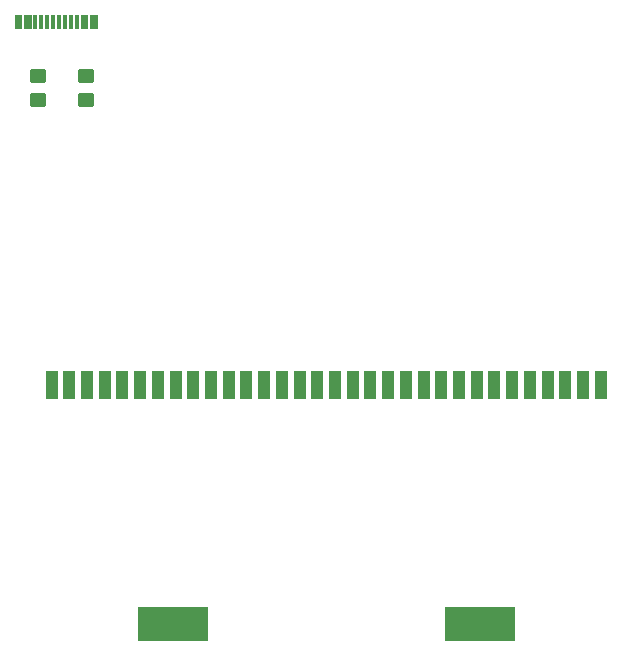
<source format=gbr>
%TF.GenerationSoftware,KiCad,Pcbnew,6.0.5-a6ca702e91~116~ubuntu22.04.1*%
%TF.CreationDate,2022-06-05T12:33:17+01:00*%
%TF.ProjectId,gba-cart-pga,6762612d-6361-4727-942d-7067612e6b69,rev?*%
%TF.SameCoordinates,Original*%
%TF.FileFunction,Paste,Top*%
%TF.FilePolarity,Positive*%
%FSLAX46Y46*%
G04 Gerber Fmt 4.6, Leading zero omitted, Abs format (unit mm)*
G04 Created by KiCad (PCBNEW 6.0.5-a6ca702e91~116~ubuntu22.04.1) date 2022-06-05 12:33:17*
%MOMM*%
%LPD*%
G01*
G04 APERTURE LIST*
G04 Aperture macros list*
%AMRoundRect*
0 Rectangle with rounded corners*
0 $1 Rounding radius*
0 $2 $3 $4 $5 $6 $7 $8 $9 X,Y pos of 4 corners*
0 Add a 4 corners polygon primitive as box body*
4,1,4,$2,$3,$4,$5,$6,$7,$8,$9,$2,$3,0*
0 Add four circle primitives for the rounded corners*
1,1,$1+$1,$2,$3*
1,1,$1+$1,$4,$5*
1,1,$1+$1,$6,$7*
1,1,$1+$1,$8,$9*
0 Add four rect primitives between the rounded corners*
20,1,$1+$1,$2,$3,$4,$5,0*
20,1,$1+$1,$4,$5,$6,$7,0*
20,1,$1+$1,$6,$7,$8,$9,0*
20,1,$1+$1,$8,$9,$2,$3,0*%
G04 Aperture macros list end*
%ADD10RoundRect,0.250000X-0.450000X0.350000X-0.450000X-0.350000X0.450000X-0.350000X0.450000X0.350000X0*%
%ADD11R,1.000000X2.400000*%
%ADD12R,6.000000X3.000000*%
%ADD13R,0.300000X1.150000*%
G04 APERTURE END LIST*
D10*
%TO.C,R2*%
X114300000Y-93345000D03*
X114300000Y-95345000D03*
%TD*%
D11*
%TO.C,J3*%
X157870000Y-119500000D03*
X156370000Y-119500000D03*
X154870000Y-119500000D03*
X153370000Y-119500000D03*
X151870000Y-119500000D03*
X150370000Y-119500000D03*
X148870000Y-119500000D03*
X147370000Y-119500000D03*
X145870000Y-119500000D03*
X144370000Y-119500000D03*
X142870000Y-119500000D03*
X141370000Y-119500000D03*
X139870000Y-119500000D03*
X138370000Y-119500000D03*
X136870000Y-119500000D03*
X135370000Y-119500000D03*
X133870000Y-119500000D03*
X132370000Y-119500000D03*
X130870000Y-119500000D03*
X129370000Y-119500000D03*
X127870000Y-119500000D03*
X126370000Y-119500000D03*
X124870000Y-119500000D03*
X123370000Y-119500000D03*
X121870000Y-119500000D03*
X120370000Y-119500000D03*
X118870000Y-119500000D03*
X117370000Y-119500000D03*
X115870000Y-119500000D03*
X114370000Y-119500000D03*
X112870000Y-119500000D03*
X111370000Y-119500000D03*
D12*
X147620000Y-139700000D03*
X121620000Y-139700000D03*
%TD*%
D10*
%TO.C,R1*%
X110220000Y-93345000D03*
X110220000Y-95345000D03*
%TD*%
D13*
%TO.C,J1*%
X115110000Y-88760000D03*
X114310000Y-88760000D03*
X113010000Y-88760000D03*
X112010000Y-88760000D03*
X111510000Y-88760000D03*
X110510000Y-88760000D03*
X109210000Y-88760000D03*
X108410000Y-88760000D03*
X108710000Y-88760000D03*
X109510000Y-88760000D03*
X110010000Y-88760000D03*
X111010000Y-88760000D03*
X112510000Y-88760000D03*
X113510000Y-88760000D03*
X114010000Y-88760000D03*
X114810000Y-88760000D03*
%TD*%
M02*

</source>
